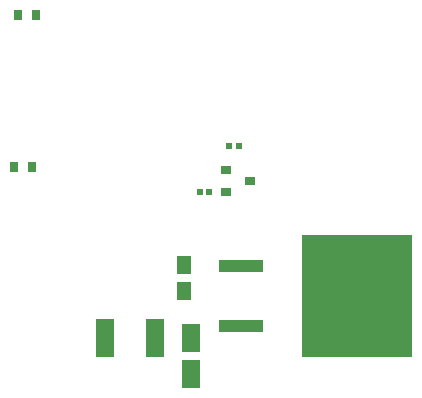
<source format=gbp>
G04*
G04 #@! TF.GenerationSoftware,Altium Limited,Altium Designer,21.1.1 (26)*
G04*
G04 Layer_Color=128*
%FSLAX42Y42*%
%MOMM*%
G71*
G04*
G04 #@! TF.SameCoordinates,92C87620-ECAA-41DB-B671-3A6BB777ED9A*
G04*
G04*
G04 #@! TF.FilePolarity,Positive*
G04*
G01*
G75*
%ADD30R,0.47X0.47*%
%ADD64R,1.55X2.40*%
%ADD65R,3.80X1.00*%
%ADD66R,9.30X10.40*%
%ADD67R,0.90X0.80*%
%ADD68R,1.15X1.55*%
%ADD69R,0.70X0.90*%
%ADD70R,1.50X3.20*%
D30*
X4367Y5005D02*
D03*
X4287D02*
D03*
X4618Y5395D02*
D03*
X4537D02*
D03*
D64*
X4210Y3762D02*
D03*
Y3458D02*
D03*
D65*
X4635Y3866D02*
D03*
Y4374D02*
D03*
D66*
X5620Y4120D02*
D03*
D67*
X4511Y4998D02*
D03*
Y5188D02*
D03*
X4711Y5093D02*
D03*
D68*
X4150Y4167D02*
D03*
Y4388D02*
D03*
D69*
X2865Y5212D02*
D03*
X2715D02*
D03*
X2900Y6500D02*
D03*
X2750D02*
D03*
D70*
X3903Y3767D02*
D03*
X3483D02*
D03*
M02*

</source>
